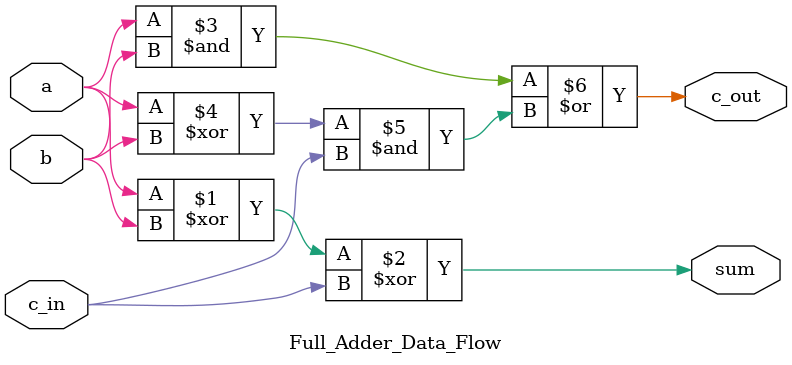
<source format=v>
module Full_Adder_Data_Flow(a, b, c_in, sum, c_out);
	input a, b, c_in;
	output sum, c_out;
	
	assign sum = (a ^ b) ^ c_in;
	assign c_out = a & b | (a ^ b) & c_in;

endmodule 	
</source>
